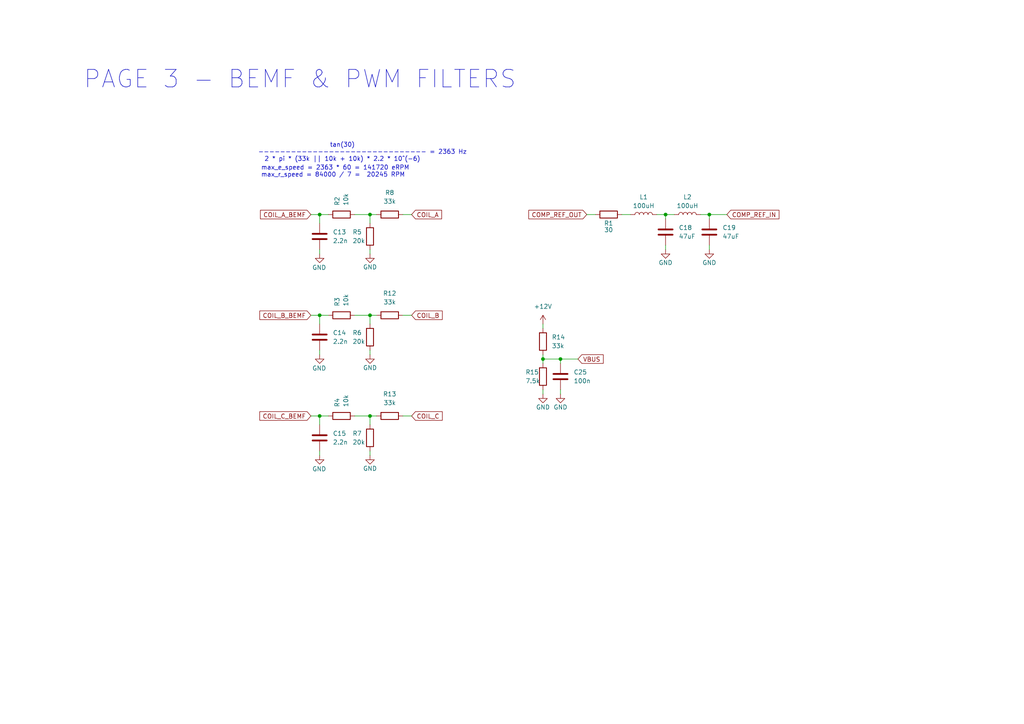
<source format=kicad_sch>
(kicad_sch
	(version 20231120)
	(generator "eeschema")
	(generator_version "8.0")
	(uuid "2b6f33f6-9f17-4170-a2f3-29ba99710eff")
	(paper "A4")
	(lib_symbols
		(symbol "Device:C"
			(pin_numbers hide)
			(pin_names
				(offset 0.254)
			)
			(exclude_from_sim no)
			(in_bom yes)
			(on_board yes)
			(property "Reference" "C"
				(at 0.635 2.54 0)
				(effects
					(font
						(size 1.27 1.27)
					)
					(justify left)
				)
			)
			(property "Value" "C"
				(at 0.635 -2.54 0)
				(effects
					(font
						(size 1.27 1.27)
					)
					(justify left)
				)
			)
			(property "Footprint" ""
				(at 0.9652 -3.81 0)
				(effects
					(font
						(size 1.27 1.27)
					)
					(hide yes)
				)
			)
			(property "Datasheet" "~"
				(at 0 0 0)
				(effects
					(font
						(size 1.27 1.27)
					)
					(hide yes)
				)
			)
			(property "Description" "Unpolarized capacitor"
				(at 0 0 0)
				(effects
					(font
						(size 1.27 1.27)
					)
					(hide yes)
				)
			)
			(property "ki_keywords" "cap capacitor"
				(at 0 0 0)
				(effects
					(font
						(size 1.27 1.27)
					)
					(hide yes)
				)
			)
			(property "ki_fp_filters" "C_*"
				(at 0 0 0)
				(effects
					(font
						(size 1.27 1.27)
					)
					(hide yes)
				)
			)
			(symbol "C_0_1"
				(polyline
					(pts
						(xy -2.032 -0.762) (xy 2.032 -0.762)
					)
					(stroke
						(width 0.508)
						(type default)
					)
					(fill
						(type none)
					)
				)
				(polyline
					(pts
						(xy -2.032 0.762) (xy 2.032 0.762)
					)
					(stroke
						(width 0.508)
						(type default)
					)
					(fill
						(type none)
					)
				)
			)
			(symbol "C_1_1"
				(pin passive line
					(at 0 3.81 270)
					(length 2.794)
					(name "~"
						(effects
							(font
								(size 1.27 1.27)
							)
						)
					)
					(number "1"
						(effects
							(font
								(size 1.27 1.27)
							)
						)
					)
				)
				(pin passive line
					(at 0 -3.81 90)
					(length 2.794)
					(name "~"
						(effects
							(font
								(size 1.27 1.27)
							)
						)
					)
					(number "2"
						(effects
							(font
								(size 1.27 1.27)
							)
						)
					)
				)
			)
		)
		(symbol "Device:L"
			(pin_numbers hide)
			(pin_names
				(offset 1.016) hide)
			(exclude_from_sim no)
			(in_bom yes)
			(on_board yes)
			(property "Reference" "L"
				(at -1.27 0 90)
				(effects
					(font
						(size 1.27 1.27)
					)
				)
			)
			(property "Value" "L"
				(at 1.905 0 90)
				(effects
					(font
						(size 1.27 1.27)
					)
				)
			)
			(property "Footprint" ""
				(at 0 0 0)
				(effects
					(font
						(size 1.27 1.27)
					)
					(hide yes)
				)
			)
			(property "Datasheet" "~"
				(at 0 0 0)
				(effects
					(font
						(size 1.27 1.27)
					)
					(hide yes)
				)
			)
			(property "Description" "Inductor"
				(at 0 0 0)
				(effects
					(font
						(size 1.27 1.27)
					)
					(hide yes)
				)
			)
			(property "ki_keywords" "inductor choke coil reactor magnetic"
				(at 0 0 0)
				(effects
					(font
						(size 1.27 1.27)
					)
					(hide yes)
				)
			)
			(property "ki_fp_filters" "Choke_* *Coil* Inductor_* L_*"
				(at 0 0 0)
				(effects
					(font
						(size 1.27 1.27)
					)
					(hide yes)
				)
			)
			(symbol "L_0_1"
				(arc
					(start 0 -2.54)
					(mid 0.6323 -1.905)
					(end 0 -1.27)
					(stroke
						(width 0)
						(type default)
					)
					(fill
						(type none)
					)
				)
				(arc
					(start 0 -1.27)
					(mid 0.6323 -0.635)
					(end 0 0)
					(stroke
						(width 0)
						(type default)
					)
					(fill
						(type none)
					)
				)
				(arc
					(start 0 0)
					(mid 0.6323 0.635)
					(end 0 1.27)
					(stroke
						(width 0)
						(type default)
					)
					(fill
						(type none)
					)
				)
				(arc
					(start 0 1.27)
					(mid 0.6323 1.905)
					(end 0 2.54)
					(stroke
						(width 0)
						(type default)
					)
					(fill
						(type none)
					)
				)
			)
			(symbol "L_1_1"
				(pin passive line
					(at 0 3.81 270)
					(length 1.27)
					(name "1"
						(effects
							(font
								(size 1.27 1.27)
							)
						)
					)
					(number "1"
						(effects
							(font
								(size 1.27 1.27)
							)
						)
					)
				)
				(pin passive line
					(at 0 -3.81 90)
					(length 1.27)
					(name "2"
						(effects
							(font
								(size 1.27 1.27)
							)
						)
					)
					(number "2"
						(effects
							(font
								(size 1.27 1.27)
							)
						)
					)
				)
			)
		)
		(symbol "Device:R"
			(pin_numbers hide)
			(pin_names
				(offset 0)
			)
			(exclude_from_sim no)
			(in_bom yes)
			(on_board yes)
			(property "Reference" "R"
				(at 2.032 0 90)
				(effects
					(font
						(size 1.27 1.27)
					)
				)
			)
			(property "Value" "R"
				(at 0 0 90)
				(effects
					(font
						(size 1.27 1.27)
					)
				)
			)
			(property "Footprint" ""
				(at -1.778 0 90)
				(effects
					(font
						(size 1.27 1.27)
					)
					(hide yes)
				)
			)
			(property "Datasheet" "~"
				(at 0 0 0)
				(effects
					(font
						(size 1.27 1.27)
					)
					(hide yes)
				)
			)
			(property "Description" "Resistor"
				(at 0 0 0)
				(effects
					(font
						(size 1.27 1.27)
					)
					(hide yes)
				)
			)
			(property "ki_keywords" "R res resistor"
				(at 0 0 0)
				(effects
					(font
						(size 1.27 1.27)
					)
					(hide yes)
				)
			)
			(property "ki_fp_filters" "R_*"
				(at 0 0 0)
				(effects
					(font
						(size 1.27 1.27)
					)
					(hide yes)
				)
			)
			(symbol "R_0_1"
				(rectangle
					(start -1.016 -2.54)
					(end 1.016 2.54)
					(stroke
						(width 0.254)
						(type default)
					)
					(fill
						(type none)
					)
				)
			)
			(symbol "R_1_1"
				(pin passive line
					(at 0 3.81 270)
					(length 1.27)
					(name "~"
						(effects
							(font
								(size 1.27 1.27)
							)
						)
					)
					(number "1"
						(effects
							(font
								(size 1.27 1.27)
							)
						)
					)
				)
				(pin passive line
					(at 0 -3.81 90)
					(length 1.27)
					(name "~"
						(effects
							(font
								(size 1.27 1.27)
							)
						)
					)
					(number "2"
						(effects
							(font
								(size 1.27 1.27)
							)
						)
					)
				)
			)
		)
		(symbol "power:+12V"
			(power)
			(pin_names
				(offset 0)
			)
			(exclude_from_sim no)
			(in_bom yes)
			(on_board yes)
			(property "Reference" "#PWR"
				(at 0 -3.81 0)
				(effects
					(font
						(size 1.27 1.27)
					)
					(hide yes)
				)
			)
			(property "Value" "+12V"
				(at 0 3.556 0)
				(effects
					(font
						(size 1.27 1.27)
					)
				)
			)
			(property "Footprint" ""
				(at 0 0 0)
				(effects
					(font
						(size 1.27 1.27)
					)
					(hide yes)
				)
			)
			(property "Datasheet" ""
				(at 0 0 0)
				(effects
					(font
						(size 1.27 1.27)
					)
					(hide yes)
				)
			)
			(property "Description" "Power symbol creates a global label with name \"+12V\""
				(at 0 0 0)
				(effects
					(font
						(size 1.27 1.27)
					)
					(hide yes)
				)
			)
			(property "ki_keywords" "global power"
				(at 0 0 0)
				(effects
					(font
						(size 1.27 1.27)
					)
					(hide yes)
				)
			)
			(symbol "+12V_0_1"
				(polyline
					(pts
						(xy -0.762 1.27) (xy 0 2.54)
					)
					(stroke
						(width 0)
						(type default)
					)
					(fill
						(type none)
					)
				)
				(polyline
					(pts
						(xy 0 0) (xy 0 2.54)
					)
					(stroke
						(width 0)
						(type default)
					)
					(fill
						(type none)
					)
				)
				(polyline
					(pts
						(xy 0 2.54) (xy 0.762 1.27)
					)
					(stroke
						(width 0)
						(type default)
					)
					(fill
						(type none)
					)
				)
			)
			(symbol "+12V_1_1"
				(pin power_in line
					(at 0 0 90)
					(length 0) hide
					(name "+12V"
						(effects
							(font
								(size 1.27 1.27)
							)
						)
					)
					(number "1"
						(effects
							(font
								(size 1.27 1.27)
							)
						)
					)
				)
			)
		)
		(symbol "power:GND"
			(power)
			(pin_names
				(offset 0)
			)
			(exclude_from_sim no)
			(in_bom yes)
			(on_board yes)
			(property "Reference" "#PWR"
				(at 0 -6.35 0)
				(effects
					(font
						(size 1.27 1.27)
					)
					(hide yes)
				)
			)
			(property "Value" "GND"
				(at 0 -3.81 0)
				(effects
					(font
						(size 1.27 1.27)
					)
				)
			)
			(property "Footprint" ""
				(at 0 0 0)
				(effects
					(font
						(size 1.27 1.27)
					)
					(hide yes)
				)
			)
			(property "Datasheet" ""
				(at 0 0 0)
				(effects
					(font
						(size 1.27 1.27)
					)
					(hide yes)
				)
			)
			(property "Description" "Power symbol creates a global label with name \"GND\" , ground"
				(at 0 0 0)
				(effects
					(font
						(size 1.27 1.27)
					)
					(hide yes)
				)
			)
			(property "ki_keywords" "global power"
				(at 0 0 0)
				(effects
					(font
						(size 1.27 1.27)
					)
					(hide yes)
				)
			)
			(symbol "GND_0_1"
				(polyline
					(pts
						(xy 0 0) (xy 0 -1.27) (xy 1.27 -1.27) (xy 0 -2.54) (xy -1.27 -1.27) (xy 0 -1.27)
					)
					(stroke
						(width 0)
						(type default)
					)
					(fill
						(type none)
					)
				)
			)
			(symbol "GND_1_1"
				(pin power_in line
					(at 0 0 270)
					(length 0) hide
					(name "GND"
						(effects
							(font
								(size 1.27 1.27)
							)
						)
					)
					(number "1"
						(effects
							(font
								(size 1.27 1.27)
							)
						)
					)
				)
			)
		)
	)
	(junction
		(at 107.315 91.44)
		(diameter 0)
		(color 0 0 0 0)
		(uuid "04d83266-2395-41b3-bdb6-d5ec373f2df5")
	)
	(junction
		(at 107.315 62.23)
		(diameter 0)
		(color 0 0 0 0)
		(uuid "0ca3c695-6c32-44ff-9a67-812b482c933e")
	)
	(junction
		(at 193.04 62.23)
		(diameter 0)
		(color 0 0 0 0)
		(uuid "20fc1ba9-a3d2-465e-9f00-61c3e578d23a")
	)
	(junction
		(at 92.71 120.65)
		(diameter 0)
		(color 0 0 0 0)
		(uuid "2619e7dc-c100-4fb4-bd4b-e9fc9195eed5")
	)
	(junction
		(at 107.315 120.65)
		(diameter 0)
		(color 0 0 0 0)
		(uuid "2c7a2c51-44ed-4f18-85f1-2523ceeb961d")
	)
	(junction
		(at 205.74 62.23)
		(diameter 0)
		(color 0 0 0 0)
		(uuid "5f69b6f1-5c13-467d-80ce-fe5488b393bc")
	)
	(junction
		(at 92.71 62.23)
		(diameter 0)
		(color 0 0 0 0)
		(uuid "bc885ac6-0de7-46d9-8fcf-1b7a33e9724f")
	)
	(junction
		(at 162.56 104.14)
		(diameter 0)
		(color 0 0 0 0)
		(uuid "d0934a79-78dd-4923-a5f5-6210b083c8e2")
	)
	(junction
		(at 157.48 104.14)
		(diameter 0)
		(color 0 0 0 0)
		(uuid "d768a0aa-586f-49d3-8c5d-b87695759777")
	)
	(junction
		(at 92.71 91.44)
		(diameter 0)
		(color 0 0 0 0)
		(uuid "f46e5e09-0f7b-47dd-9308-99d6a58a7b8d")
	)
	(wire
		(pts
			(xy 180.34 62.23) (xy 182.88 62.23)
		)
		(stroke
			(width 0)
			(type default)
		)
		(uuid "039e9046-0093-42da-9699-4149e10fd727")
	)
	(wire
		(pts
			(xy 102.87 91.44) (xy 107.315 91.44)
		)
		(stroke
			(width 0)
			(type default)
		)
		(uuid "0969e3d6-7995-467d-bf96-65bfaf4af71f")
	)
	(wire
		(pts
			(xy 162.56 104.14) (xy 162.56 105.41)
		)
		(stroke
			(width 0)
			(type default)
		)
		(uuid "0a5b500f-bdda-4271-aaf7-118cd21afae7")
	)
	(wire
		(pts
			(xy 90.17 91.44) (xy 92.71 91.44)
		)
		(stroke
			(width 0)
			(type default)
		)
		(uuid "0b0e2d29-88d7-47b0-acd7-703a6c85527e")
	)
	(wire
		(pts
			(xy 107.315 101.6) (xy 107.315 102.87)
		)
		(stroke
			(width 0)
			(type default)
		)
		(uuid "0d4539d9-ee21-4007-b06a-6fe9e65eda1d")
	)
	(wire
		(pts
			(xy 107.315 91.44) (xy 109.22 91.44)
		)
		(stroke
			(width 0)
			(type default)
		)
		(uuid "1650bc25-e7fb-4caa-aa5c-71b09e0ec71b")
	)
	(wire
		(pts
			(xy 92.71 130.81) (xy 92.71 132.08)
		)
		(stroke
			(width 0)
			(type default)
		)
		(uuid "177fb309-dd94-41b7-b245-35c026138a0e")
	)
	(wire
		(pts
			(xy 157.48 102.87) (xy 157.48 104.14)
		)
		(stroke
			(width 0)
			(type default)
		)
		(uuid "180e9793-aa99-42b1-85a0-608d12b04d8e")
	)
	(wire
		(pts
			(xy 116.84 91.44) (xy 119.38 91.44)
		)
		(stroke
			(width 0)
			(type default)
		)
		(uuid "191b6de1-fd80-4913-aed0-d2e13bffa55f")
	)
	(wire
		(pts
			(xy 195.58 62.23) (xy 193.04 62.23)
		)
		(stroke
			(width 0)
			(type default)
		)
		(uuid "1a764f2b-c55d-49b1-ab18-5224c27d1ca8")
	)
	(wire
		(pts
			(xy 92.71 101.6) (xy 92.71 102.87)
		)
		(stroke
			(width 0)
			(type default)
		)
		(uuid "25ad469d-8979-4119-bb0e-62a84f2f3833")
	)
	(wire
		(pts
			(xy 107.315 62.23) (xy 107.315 64.77)
		)
		(stroke
			(width 0)
			(type default)
		)
		(uuid "25df2508-7cb6-428d-8bf8-00badd5873d7")
	)
	(wire
		(pts
			(xy 193.04 72.39) (xy 193.04 71.12)
		)
		(stroke
			(width 0)
			(type default)
		)
		(uuid "305e123b-0240-409c-9e24-f62f0c5ad9ad")
	)
	(wire
		(pts
			(xy 205.74 62.23) (xy 210.82 62.23)
		)
		(stroke
			(width 0)
			(type default)
		)
		(uuid "32950732-b87b-4d61-97f5-aa111254c681")
	)
	(wire
		(pts
			(xy 92.71 91.44) (xy 95.25 91.44)
		)
		(stroke
			(width 0)
			(type default)
		)
		(uuid "40775538-7776-4943-9304-837c3ff88201")
	)
	(wire
		(pts
			(xy 193.04 62.23) (xy 193.04 63.5)
		)
		(stroke
			(width 0)
			(type default)
		)
		(uuid "41b59ed7-5b23-4147-9b16-d6623cf7577d")
	)
	(wire
		(pts
			(xy 92.71 120.65) (xy 95.25 120.65)
		)
		(stroke
			(width 0)
			(type default)
		)
		(uuid "4b01977d-d087-4d46-8da9-753827a3f5e3")
	)
	(wire
		(pts
			(xy 205.74 62.23) (xy 205.74 63.5)
		)
		(stroke
			(width 0)
			(type default)
		)
		(uuid "50227a6d-d109-4a23-94ff-93eba0b4da62")
	)
	(wire
		(pts
			(xy 157.48 104.14) (xy 157.48 105.41)
		)
		(stroke
			(width 0)
			(type default)
		)
		(uuid "52a7b4e8-a36b-4e94-9ea6-557a3ff9c83e")
	)
	(wire
		(pts
			(xy 162.56 104.14) (xy 167.64 104.14)
		)
		(stroke
			(width 0)
			(type default)
		)
		(uuid "538e33c7-b2ef-4918-8d76-d2dccf797565")
	)
	(wire
		(pts
			(xy 157.48 93.98) (xy 157.48 95.25)
		)
		(stroke
			(width 0)
			(type default)
		)
		(uuid "53c6fd5f-7b8e-4a79-a18d-688a9df85d8f")
	)
	(wire
		(pts
			(xy 107.315 120.65) (xy 109.22 120.65)
		)
		(stroke
			(width 0)
			(type default)
		)
		(uuid "55a869c9-f7bc-436f-bf06-0802d5c49b10")
	)
	(wire
		(pts
			(xy 162.56 113.03) (xy 162.56 114.3)
		)
		(stroke
			(width 0)
			(type default)
		)
		(uuid "57c82b11-e7b6-4cad-8eae-c55ae528aff8")
	)
	(wire
		(pts
			(xy 205.74 72.39) (xy 205.74 71.12)
		)
		(stroke
			(width 0)
			(type default)
		)
		(uuid "5d00718a-49a3-4832-9676-730a7cc4e1d3")
	)
	(wire
		(pts
			(xy 116.84 120.65) (xy 119.38 120.65)
		)
		(stroke
			(width 0)
			(type default)
		)
		(uuid "5db16986-dfaa-4571-b48b-e4f5cc883293")
	)
	(wire
		(pts
			(xy 92.71 62.23) (xy 92.71 64.77)
		)
		(stroke
			(width 0)
			(type default)
		)
		(uuid "736488eb-a0cf-45cb-81de-8c29d82e2303")
	)
	(wire
		(pts
			(xy 90.17 120.65) (xy 92.71 120.65)
		)
		(stroke
			(width 0)
			(type default)
		)
		(uuid "761da5c9-8fdb-4bee-b9fc-fe34c238e9d8")
	)
	(wire
		(pts
			(xy 107.315 130.81) (xy 107.315 132.08)
		)
		(stroke
			(width 0)
			(type default)
		)
		(uuid "7cf835a4-a4a6-4eee-b5e8-81c2eca6222a")
	)
	(wire
		(pts
			(xy 170.18 62.23) (xy 172.72 62.23)
		)
		(stroke
			(width 0)
			(type default)
		)
		(uuid "a017bb84-9b96-4db4-97bf-1e8870905b0d")
	)
	(wire
		(pts
			(xy 107.315 120.65) (xy 107.315 123.19)
		)
		(stroke
			(width 0)
			(type default)
		)
		(uuid "a3de5205-d0bf-42dc-9f08-8d209b6ee94d")
	)
	(wire
		(pts
			(xy 157.48 113.03) (xy 157.48 114.3)
		)
		(stroke
			(width 0)
			(type default)
		)
		(uuid "aa616d66-37cc-4c65-894c-1934f0370d39")
	)
	(wire
		(pts
			(xy 116.84 62.23) (xy 119.38 62.23)
		)
		(stroke
			(width 0)
			(type default)
		)
		(uuid "ac9672ef-5db9-4a13-ad9f-a75faeb5b1f2")
	)
	(wire
		(pts
			(xy 92.71 72.39) (xy 92.71 73.66)
		)
		(stroke
			(width 0)
			(type default)
		)
		(uuid "afc90aa0-db40-4293-a39d-b4647e1af627")
	)
	(wire
		(pts
			(xy 190.5 62.23) (xy 193.04 62.23)
		)
		(stroke
			(width 0)
			(type default)
		)
		(uuid "b8acf24a-8325-422e-a83f-333e20162820")
	)
	(wire
		(pts
			(xy 90.17 62.23) (xy 92.71 62.23)
		)
		(stroke
			(width 0)
			(type default)
		)
		(uuid "bcf34cb3-20e8-4955-993f-99d2ca37c19a")
	)
	(wire
		(pts
			(xy 107.315 72.39) (xy 107.315 73.66)
		)
		(stroke
			(width 0)
			(type default)
		)
		(uuid "c3c083d5-757a-497e-aaf8-a0f1d8e32eb9")
	)
	(wire
		(pts
			(xy 203.2 62.23) (xy 205.74 62.23)
		)
		(stroke
			(width 0)
			(type default)
		)
		(uuid "d13e3a79-eead-471f-968f-f3b60c656977")
	)
	(wire
		(pts
			(xy 92.71 91.44) (xy 92.71 93.98)
		)
		(stroke
			(width 0)
			(type default)
		)
		(uuid "d8bc072b-c94b-4f15-b0b3-b0da2f015b37")
	)
	(wire
		(pts
			(xy 102.87 62.23) (xy 107.315 62.23)
		)
		(stroke
			(width 0)
			(type default)
		)
		(uuid "e375b52d-c348-4485-98b9-fa5e8c4b50d1")
	)
	(wire
		(pts
			(xy 157.48 104.14) (xy 162.56 104.14)
		)
		(stroke
			(width 0)
			(type default)
		)
		(uuid "ee6ca728-0767-4225-a860-284f8cf198a0")
	)
	(wire
		(pts
			(xy 92.71 62.23) (xy 95.25 62.23)
		)
		(stroke
			(width 0)
			(type default)
		)
		(uuid "ef808796-0420-4694-9944-549dbe6ff3fd")
	)
	(wire
		(pts
			(xy 107.315 62.23) (xy 109.22 62.23)
		)
		(stroke
			(width 0)
			(type default)
		)
		(uuid "f0ae8820-da5b-471e-822c-66f8d86b3ccd")
	)
	(wire
		(pts
			(xy 102.87 120.65) (xy 107.315 120.65)
		)
		(stroke
			(width 0)
			(type default)
		)
		(uuid "f2580469-24ab-4423-8c7d-802d47fc0f35")
	)
	(wire
		(pts
			(xy 107.315 91.44) (xy 107.315 93.98)
		)
		(stroke
			(width 0)
			(type default)
		)
		(uuid "f4bdbd7d-a6f4-4c11-90e3-8692dffd8c8e")
	)
	(wire
		(pts
			(xy 92.71 120.65) (xy 92.71 123.19)
		)
		(stroke
			(width 0)
			(type default)
		)
		(uuid "f715ec0d-3063-4210-bc25-d991c2becb86")
	)
	(text "PAGE 3 - BEMF & PWM FILTERS"
		(exclude_from_sim no)
		(at 24.13 23.114 0)
		(effects
			(font
				(size 5.08 5.08)
			)
			(justify left)
		)
		(uuid "2cab2471-2910-41b2-a691-a17177f0617e")
	)
	(text "tan(30)\n            ------------------------------- = 2363 Hz\n2 * pi * (33k || 10k + 10k) * 2.2 * 10^(-6)"
		(exclude_from_sim no)
		(at 99.314 44.196 0)
		(effects
			(font
				(size 1.27 1.27)
			)
		)
		(uuid "4673b121-1328-495f-8a9f-1079a5a1f02a")
	)
	(text "max_e_speed = 2363 * 60 = 141720 eRPM\nmax_r_speed = 84000 / 7 =  20245 RPM  "
		(exclude_from_sim no)
		(at 75.692 49.784 0)
		(effects
			(font
				(size 1.27 1.27)
			)
			(justify left)
		)
		(uuid "4e12b2d6-7447-47e5-bc68-cae28f9c21eb")
	)
	(global_label "COMP_REF_IN"
		(shape input)
		(at 210.82 62.23 0)
		(fields_autoplaced yes)
		(effects
			(font
				(size 1.27 1.27)
			)
			(justify left)
		)
		(uuid "05e493c9-8985-4c16-87fc-47b33659ca43")
		(property "Intersheetrefs" "${INTERSHEET_REFS}"
			(at 226.5052 62.23 0)
			(effects
				(font
					(size 1.27 1.27)
				)
				(justify left)
				(hide yes)
			)
		)
	)
	(global_label "VBUS"
		(shape input)
		(at 167.64 104.14 0)
		(fields_autoplaced yes)
		(effects
			(font
				(size 1.27 1.27)
			)
			(justify left)
		)
		(uuid "0690269c-49cf-4127-85b5-6bb4a31f1432")
		(property "Intersheetrefs" "${INTERSHEET_REFS}"
			(at 175.5238 104.14 0)
			(effects
				(font
					(size 1.27 1.27)
				)
				(justify left)
				(hide yes)
			)
		)
	)
	(global_label "COIL_A_BEMF"
		(shape input)
		(at 90.17 62.23 180)
		(fields_autoplaced yes)
		(effects
			(font
				(size 1.27 1.27)
			)
			(justify right)
		)
		(uuid "202f1030-1847-4fa9-a6a7-1cfb7e8b9e33")
		(property "Intersheetrefs" "${INTERSHEET_REFS}"
			(at 74.9686 62.23 0)
			(effects
				(font
					(size 1.27 1.27)
				)
				(justify right)
				(hide yes)
			)
		)
	)
	(global_label "COIL_B"
		(shape input)
		(at 119.38 91.44 0)
		(fields_autoplaced yes)
		(effects
			(font
				(size 1.27 1.27)
			)
			(justify left)
		)
		(uuid "241a649e-0bfc-4c4e-a22e-29d32d6d6081")
		(property "Intersheetrefs" "${INTERSHEET_REFS}"
			(at 128.8362 91.44 0)
			(effects
				(font
					(size 1.27 1.27)
				)
				(justify left)
				(hide yes)
			)
		)
	)
	(global_label "COIL_A"
		(shape input)
		(at 119.38 62.23 0)
		(fields_autoplaced yes)
		(effects
			(font
				(size 1.27 1.27)
			)
			(justify left)
		)
		(uuid "42744b16-cc3b-44b8-99e6-392138656b36")
		(property "Intersheetrefs" "${INTERSHEET_REFS}"
			(at 128.6548 62.23 0)
			(effects
				(font
					(size 1.27 1.27)
				)
				(justify left)
				(hide yes)
			)
		)
	)
	(global_label "COIL_C"
		(shape input)
		(at 119.38 120.65 0)
		(fields_autoplaced yes)
		(effects
			(font
				(size 1.27 1.27)
			)
			(justify left)
		)
		(uuid "4c96342b-3480-4a88-a9b5-4130da739550")
		(property "Intersheetrefs" "${INTERSHEET_REFS}"
			(at 128.8362 120.65 0)
			(effects
				(font
					(size 1.27 1.27)
				)
				(justify left)
				(hide yes)
			)
		)
	)
	(global_label "COIL_B_BEMF"
		(shape input)
		(at 90.17 91.44 180)
		(fields_autoplaced yes)
		(effects
			(font
				(size 1.27 1.27)
			)
			(justify right)
		)
		(uuid "abdc1cfb-428c-4531-8fc1-4bc8ccfb5d36")
		(property "Intersheetrefs" "${INTERSHEET_REFS}"
			(at 74.7872 91.44 0)
			(effects
				(font
					(size 1.27 1.27)
				)
				(justify right)
				(hide yes)
			)
		)
	)
	(global_label "COMP_REF_OUT"
		(shape input)
		(at 170.18 62.23 180)
		(fields_autoplaced yes)
		(effects
			(font
				(size 1.27 1.27)
			)
			(justify right)
		)
		(uuid "cbd4d9a0-2887-4591-b026-e8c684d98799")
		(property "Intersheetrefs" "${INTERSHEET_REFS}"
			(at 152.8015 62.23 0)
			(effects
				(font
					(size 1.27 1.27)
				)
				(justify right)
				(hide yes)
			)
		)
	)
	(global_label "COIL_C_BEMF"
		(shape input)
		(at 90.17 120.65 180)
		(fields_autoplaced yes)
		(effects
			(font
				(size 1.27 1.27)
			)
			(justify right)
		)
		(uuid "eb0ee281-b42a-46c4-a4c8-76392455f10d")
		(property "Intersheetrefs" "${INTERSHEET_REFS}"
			(at 74.7872 120.65 0)
			(effects
				(font
					(size 1.27 1.27)
				)
				(justify right)
				(hide yes)
			)
		)
	)
	(symbol
		(lib_id "power:GND")
		(at 107.315 73.66 0)
		(unit 1)
		(exclude_from_sim no)
		(in_bom yes)
		(on_board yes)
		(dnp no)
		(uuid "10405f68-6f62-403a-ab7d-a4cb2c5658e4")
		(property "Reference" "#PWR029"
			(at 107.315 80.01 0)
			(effects
				(font
					(size 1.27 1.27)
				)
				(hide yes)
			)
		)
		(property "Value" "GND"
			(at 107.315 77.47 0)
			(effects
				(font
					(size 1.27 1.27)
				)
			)
		)
		(property "Footprint" ""
			(at 107.315 73.66 0)
			(effects
				(font
					(size 1.27 1.27)
				)
				(hide yes)
			)
		)
		(property "Datasheet" ""
			(at 107.315 73.66 0)
			(effects
				(font
					(size 1.27 1.27)
				)
				(hide yes)
			)
		)
		(property "Description" ""
			(at 107.315 73.66 0)
			(effects
				(font
					(size 1.27 1.27)
				)
				(hide yes)
			)
		)
		(pin "1"
			(uuid "849173fb-514e-4fed-8dfc-8735d6688b4c")
		)
		(instances
			(project "esc"
				(path "/5e78a042-f21c-485f-9078-8bbae1bbdc1b/2307451a-0c00-46fb-aee2-d692a4eb353a"
					(reference "#PWR029")
					(unit 1)
				)
			)
		)
	)
	(symbol
		(lib_id "Device:L")
		(at 186.69 62.23 90)
		(unit 1)
		(exclude_from_sim no)
		(in_bom yes)
		(on_board yes)
		(dnp no)
		(fields_autoplaced yes)
		(uuid "15f4f78f-c00d-4275-9cd6-52a593ef773d")
		(property "Reference" "L1"
			(at 186.69 57.15 90)
			(effects
				(font
					(size 1.27 1.27)
				)
			)
		)
		(property "Value" "100uH"
			(at 186.69 59.69 90)
			(effects
				(font
					(size 1.27 1.27)
				)
			)
		)
		(property "Footprint" "Inductor_SMD:L_0805_2012Metric"
			(at 186.69 62.23 0)
			(effects
				(font
					(size 1.27 1.27)
				)
				(hide yes)
			)
		)
		(property "Datasheet" "~"
			(at 186.69 62.23 0)
			(effects
				(font
					(size 1.27 1.27)
				)
				(hide yes)
			)
		)
		(property "Description" "Inductor"
			(at 186.69 62.23 0)
			(effects
				(font
					(size 1.27 1.27)
				)
				(hide yes)
			)
		)
		(pin "2"
			(uuid "12342f70-4884-4df2-990a-14b7a5ddf0aa")
		)
		(pin "1"
			(uuid "642c2fe0-0a77-49d5-a86c-5b0bdd92ff45")
		)
		(instances
			(project "esc"
				(path "/5e78a042-f21c-485f-9078-8bbae1bbdc1b/2307451a-0c00-46fb-aee2-d692a4eb353a"
					(reference "L1")
					(unit 1)
				)
			)
		)
	)
	(symbol
		(lib_id "Device:C")
		(at 162.56 109.22 180)
		(unit 1)
		(exclude_from_sim no)
		(in_bom yes)
		(on_board yes)
		(dnp no)
		(fields_autoplaced yes)
		(uuid "1cd3a638-9d16-4bb4-a0f8-79211a15e7ff")
		(property "Reference" "C25"
			(at 166.37 107.9499 0)
			(effects
				(font
					(size 1.27 1.27)
				)
				(justify right)
			)
		)
		(property "Value" "100n"
			(at 166.37 110.4899 0)
			(effects
				(font
					(size 1.27 1.27)
				)
				(justify right)
			)
		)
		(property "Footprint" "Capacitor_SMD:C_0402_1005Metric"
			(at 161.5948 105.41 0)
			(effects
				(font
					(size 1.27 1.27)
				)
				(hide yes)
			)
		)
		(property "Datasheet" "~"
			(at 162.56 109.22 0)
			(effects
				(font
					(size 1.27 1.27)
				)
				(hide yes)
			)
		)
		(property "Description" ""
			(at 162.56 109.22 0)
			(effects
				(font
					(size 1.27 1.27)
				)
				(hide yes)
			)
		)
		(pin "1"
			(uuid "f797218c-b2e3-4c73-91cd-8708536dbb22")
		)
		(pin "2"
			(uuid "9873a64a-4f27-4b16-ad4b-c167aa585e1d")
		)
		(instances
			(project "esc"
				(path "/5e78a042-f21c-485f-9078-8bbae1bbdc1b/2307451a-0c00-46fb-aee2-d692a4eb353a"
					(reference "C25")
					(unit 1)
				)
			)
		)
	)
	(symbol
		(lib_id "Device:R")
		(at 107.315 68.58 180)
		(unit 1)
		(exclude_from_sim no)
		(in_bom yes)
		(on_board yes)
		(dnp no)
		(uuid "1d60a9df-1d2d-417d-9450-724178646269")
		(property "Reference" "R5"
			(at 102.235 67.31 0)
			(effects
				(font
					(size 1.27 1.27)
				)
				(justify right)
			)
		)
		(property "Value" "20k"
			(at 102.235 69.85 0)
			(effects
				(font
					(size 1.27 1.27)
				)
				(justify right)
			)
		)
		(property "Footprint" "Resistor_SMD:R_0402_1005Metric"
			(at 109.093 68.58 90)
			(effects
				(font
					(size 1.27 1.27)
				)
				(hide yes)
			)
		)
		(property "Datasheet" "~"
			(at 107.315 68.58 0)
			(effects
				(font
					(size 1.27 1.27)
				)
				(hide yes)
			)
		)
		(property "Description" ""
			(at 107.315 68.58 0)
			(effects
				(font
					(size 1.27 1.27)
				)
				(hide yes)
			)
		)
		(pin "1"
			(uuid "0c7247a1-452f-4197-940b-6ef64b190278")
		)
		(pin "2"
			(uuid "6be384eb-9334-43fa-8d46-80c34ae1bcae")
		)
		(instances
			(project "esc"
				(path "/5e78a042-f21c-485f-9078-8bbae1bbdc1b/2307451a-0c00-46fb-aee2-d692a4eb353a"
					(reference "R5")
					(unit 1)
				)
			)
		)
	)
	(symbol
		(lib_id "Device:R")
		(at 107.315 97.79 180)
		(unit 1)
		(exclude_from_sim no)
		(in_bom yes)
		(on_board yes)
		(dnp no)
		(uuid "2815b86a-d790-4016-8c98-e4adc03b2305")
		(property "Reference" "R6"
			(at 102.235 96.52 0)
			(effects
				(font
					(size 1.27 1.27)
				)
				(justify right)
			)
		)
		(property "Value" "20k"
			(at 102.235 99.06 0)
			(effects
				(font
					(size 1.27 1.27)
				)
				(justify right)
			)
		)
		(property "Footprint" "Resistor_SMD:R_0402_1005Metric"
			(at 109.093 97.79 90)
			(effects
				(font
					(size 1.27 1.27)
				)
				(hide yes)
			)
		)
		(property "Datasheet" "~"
			(at 107.315 97.79 0)
			(effects
				(font
					(size 1.27 1.27)
				)
				(hide yes)
			)
		)
		(property "Description" ""
			(at 107.315 97.79 0)
			(effects
				(font
					(size 1.27 1.27)
				)
				(hide yes)
			)
		)
		(pin "1"
			(uuid "ca4feba9-8d03-4711-98cd-06628433691d")
		)
		(pin "2"
			(uuid "f8a9aa4b-daf2-40ff-b668-df4eb8115e4e")
		)
		(instances
			(project "esc"
				(path "/5e78a042-f21c-485f-9078-8bbae1bbdc1b/2307451a-0c00-46fb-aee2-d692a4eb353a"
					(reference "R6")
					(unit 1)
				)
			)
		)
	)
	(symbol
		(lib_id "power:+12V")
		(at 157.48 93.98 0)
		(unit 1)
		(exclude_from_sim no)
		(in_bom yes)
		(on_board yes)
		(dnp no)
		(fields_autoplaced yes)
		(uuid "2f03ed12-8664-4002-86ca-d53f70a2b1fc")
		(property "Reference" "#PWR044"
			(at 157.48 97.79 0)
			(effects
				(font
					(size 1.27 1.27)
				)
				(hide yes)
			)
		)
		(property "Value" "+12V"
			(at 157.48 88.9 0)
			(effects
				(font
					(size 1.27 1.27)
				)
			)
		)
		(property "Footprint" ""
			(at 157.48 93.98 0)
			(effects
				(font
					(size 1.27 1.27)
				)
				(hide yes)
			)
		)
		(property "Datasheet" ""
			(at 157.48 93.98 0)
			(effects
				(font
					(size 1.27 1.27)
				)
				(hide yes)
			)
		)
		(property "Description" ""
			(at 157.48 93.98 0)
			(effects
				(font
					(size 1.27 1.27)
				)
				(hide yes)
			)
		)
		(pin "1"
			(uuid "5e4639d3-9a3a-422d-84ad-566673b0a46d")
		)
		(instances
			(project "esc"
				(path "/5e78a042-f21c-485f-9078-8bbae1bbdc1b/2307451a-0c00-46fb-aee2-d692a4eb353a"
					(reference "#PWR044")
					(unit 1)
				)
			)
		)
	)
	(symbol
		(lib_id "power:GND")
		(at 107.315 102.87 0)
		(unit 1)
		(exclude_from_sim no)
		(in_bom yes)
		(on_board yes)
		(dnp no)
		(uuid "2f694319-fba9-4cce-83da-fbce8a646b08")
		(property "Reference" "#PWR031"
			(at 107.315 109.22 0)
			(effects
				(font
					(size 1.27 1.27)
				)
				(hide yes)
			)
		)
		(property "Value" "GND"
			(at 107.315 106.68 0)
			(effects
				(font
					(size 1.27 1.27)
				)
			)
		)
		(property "Footprint" ""
			(at 107.315 102.87 0)
			(effects
				(font
					(size 1.27 1.27)
				)
				(hide yes)
			)
		)
		(property "Datasheet" ""
			(at 107.315 102.87 0)
			(effects
				(font
					(size 1.27 1.27)
				)
				(hide yes)
			)
		)
		(property "Description" ""
			(at 107.315 102.87 0)
			(effects
				(font
					(size 1.27 1.27)
				)
				(hide yes)
			)
		)
		(pin "1"
			(uuid "2bc554f0-f323-430f-b41e-49a4282b83e1")
		)
		(instances
			(project "esc"
				(path "/5e78a042-f21c-485f-9078-8bbae1bbdc1b/2307451a-0c00-46fb-aee2-d692a4eb353a"
					(reference "#PWR031")
					(unit 1)
				)
			)
		)
	)
	(symbol
		(lib_id "power:GND")
		(at 157.48 114.3 0)
		(unit 1)
		(exclude_from_sim no)
		(in_bom yes)
		(on_board yes)
		(dnp no)
		(uuid "310f7de1-e5b7-4924-b4d9-6acd19fab94e")
		(property "Reference" "#PWR045"
			(at 157.48 120.65 0)
			(effects
				(font
					(size 1.27 1.27)
				)
				(hide yes)
			)
		)
		(property "Value" "GND"
			(at 157.48 118.11 0)
			(effects
				(font
					(size 1.27 1.27)
				)
			)
		)
		(property "Footprint" ""
			(at 157.48 114.3 0)
			(effects
				(font
					(size 1.27 1.27)
				)
				(hide yes)
			)
		)
		(property "Datasheet" ""
			(at 157.48 114.3 0)
			(effects
				(font
					(size 1.27 1.27)
				)
				(hide yes)
			)
		)
		(property "Description" ""
			(at 157.48 114.3 0)
			(effects
				(font
					(size 1.27 1.27)
				)
				(hide yes)
			)
		)
		(pin "1"
			(uuid "5ef5a53c-3164-4d9d-b506-606892444ec2")
		)
		(instances
			(project "esc"
				(path "/5e78a042-f21c-485f-9078-8bbae1bbdc1b/2307451a-0c00-46fb-aee2-d692a4eb353a"
					(reference "#PWR045")
					(unit 1)
				)
			)
		)
	)
	(symbol
		(lib_id "Device:R")
		(at 157.48 109.22 180)
		(unit 1)
		(exclude_from_sim no)
		(in_bom yes)
		(on_board yes)
		(dnp no)
		(uuid "34631621-aec7-40ab-a03b-826346ab3485")
		(property "Reference" "R15"
			(at 152.4 107.95 0)
			(effects
				(font
					(size 1.27 1.27)
				)
				(justify right)
			)
		)
		(property "Value" "7.5k"
			(at 152.4 110.49 0)
			(effects
				(font
					(size 1.27 1.27)
				)
				(justify right)
			)
		)
		(property "Footprint" "Resistor_SMD:R_0402_1005Metric"
			(at 159.258 109.22 90)
			(effects
				(font
					(size 1.27 1.27)
				)
				(hide yes)
			)
		)
		(property "Datasheet" "~"
			(at 157.48 109.22 0)
			(effects
				(font
					(size 1.27 1.27)
				)
				(hide yes)
			)
		)
		(property "Description" ""
			(at 157.48 109.22 0)
			(effects
				(font
					(size 1.27 1.27)
				)
				(hide yes)
			)
		)
		(pin "1"
			(uuid "0ec2768b-fa97-4494-9dd7-18837b3e8fd0")
		)
		(pin "2"
			(uuid "b89506de-ed10-4c7f-a922-fccb96c79b96")
		)
		(instances
			(project "esc"
				(path "/5e78a042-f21c-485f-9078-8bbae1bbdc1b/2307451a-0c00-46fb-aee2-d692a4eb353a"
					(reference "R15")
					(unit 1)
				)
			)
		)
	)
	(symbol
		(lib_id "Device:R")
		(at 113.03 120.65 90)
		(unit 1)
		(exclude_from_sim no)
		(in_bom yes)
		(on_board yes)
		(dnp no)
		(fields_autoplaced yes)
		(uuid "37c6707e-61ad-4b2c-8b6a-7e3e87aeb47a")
		(property "Reference" "R13"
			(at 113.03 114.3 90)
			(effects
				(font
					(size 1.27 1.27)
				)
			)
		)
		(property "Value" "33k"
			(at 113.03 116.84 90)
			(effects
				(font
					(size 1.27 1.27)
				)
			)
		)
		(property "Footprint" "Resistor_SMD:R_0402_1005Metric"
			(at 113.03 122.428 90)
			(effects
				(font
					(size 1.27 1.27)
				)
				(hide yes)
			)
		)
		(property "Datasheet" "~"
			(at 113.03 120.65 0)
			(effects
				(font
					(size 1.27 1.27)
				)
				(hide yes)
			)
		)
		(property "Description" ""
			(at 113.03 120.65 0)
			(effects
				(font
					(size 1.27 1.27)
				)
				(hide yes)
			)
		)
		(pin "1"
			(uuid "e211a71f-1b24-4da4-8441-04fff407e817")
		)
		(pin "2"
			(uuid "37f43c39-ffa6-4ebf-bb1e-c61b0a096508")
		)
		(instances
			(project "esc"
				(path "/5e78a042-f21c-485f-9078-8bbae1bbdc1b/2307451a-0c00-46fb-aee2-d692a4eb353a"
					(reference "R13")
					(unit 1)
				)
			)
		)
	)
	(symbol
		(lib_id "Device:R")
		(at 157.48 99.06 180)
		(unit 1)
		(exclude_from_sim no)
		(in_bom yes)
		(on_board yes)
		(dnp no)
		(fields_autoplaced yes)
		(uuid "3bb37f87-fffd-48b3-88e3-427d46698e69")
		(property "Reference" "R14"
			(at 160.02 97.7899 0)
			(effects
				(font
					(size 1.27 1.27)
				)
				(justify right)
			)
		)
		(property "Value" "33k"
			(at 160.02 100.3299 0)
			(effects
				(font
					(size 1.27 1.27)
				)
				(justify right)
			)
		)
		(property "Footprint" "Resistor_SMD:R_0402_1005Metric"
			(at 159.258 99.06 90)
			(effects
				(font
					(size 1.27 1.27)
				)
				(hide yes)
			)
		)
		(property "Datasheet" "~"
			(at 157.48 99.06 0)
			(effects
				(font
					(size 1.27 1.27)
				)
				(hide yes)
			)
		)
		(property "Description" ""
			(at 157.48 99.06 0)
			(effects
				(font
					(size 1.27 1.27)
				)
				(hide yes)
			)
		)
		(pin "1"
			(uuid "5a4c20c4-b18e-40bd-8bea-8ddc002cadf2")
		)
		(pin "2"
			(uuid "6352b1a1-f896-44d2-9740-61b029f29d11")
		)
		(instances
			(project "esc"
				(path "/5e78a042-f21c-485f-9078-8bbae1bbdc1b/2307451a-0c00-46fb-aee2-d692a4eb353a"
					(reference "R14")
					(unit 1)
				)
			)
		)
	)
	(symbol
		(lib_id "Device:R")
		(at 113.03 62.23 90)
		(unit 1)
		(exclude_from_sim no)
		(in_bom yes)
		(on_board yes)
		(dnp no)
		(fields_autoplaced yes)
		(uuid "44ee4577-a166-46c6-a1db-1edfe4bfe341")
		(property "Reference" "R8"
			(at 113.03 55.88 90)
			(effects
				(font
					(size 1.27 1.27)
				)
			)
		)
		(property "Value" "33k"
			(at 113.03 58.42 90)
			(effects
				(font
					(size 1.27 1.27)
				)
			)
		)
		(property "Footprint" "Resistor_SMD:R_0402_1005Metric"
			(at 113.03 64.008 90)
			(effects
				(font
					(size 1.27 1.27)
				)
				(hide yes)
			)
		)
		(property "Datasheet" "~"
			(at 113.03 62.23 0)
			(effects
				(font
					(size 1.27 1.27)
				)
				(hide yes)
			)
		)
		(property "Description" ""
			(at 113.03 62.23 0)
			(effects
				(font
					(size 1.27 1.27)
				)
				(hide yes)
			)
		)
		(pin "1"
			(uuid "f96668da-255e-4869-ab00-048d6ef43874")
		)
		(pin "2"
			(uuid "de53ae5d-c0d5-4a96-a2f1-222890cbb409")
		)
		(instances
			(project "esc"
				(path "/5e78a042-f21c-485f-9078-8bbae1bbdc1b/2307451a-0c00-46fb-aee2-d692a4eb353a"
					(reference "R8")
					(unit 1)
				)
			)
		)
	)
	(symbol
		(lib_id "Device:C")
		(at 92.71 97.79 180)
		(unit 1)
		(exclude_from_sim no)
		(in_bom yes)
		(on_board yes)
		(dnp no)
		(fields_autoplaced yes)
		(uuid "589ba706-d9db-46cc-b628-10d9fa0139a8")
		(property "Reference" "C14"
			(at 96.52 96.5199 0)
			(effects
				(font
					(size 1.27 1.27)
				)
				(justify right)
			)
		)
		(property "Value" "2.2n"
			(at 96.52 99.0599 0)
			(effects
				(font
					(size 1.27 1.27)
				)
				(justify right)
			)
		)
		(property "Footprint" "Capacitor_SMD:C_0402_1005Metric"
			(at 91.7448 93.98 0)
			(effects
				(font
					(size 1.27 1.27)
				)
				(hide yes)
			)
		)
		(property "Datasheet" "~"
			(at 92.71 97.79 0)
			(effects
				(font
					(size 1.27 1.27)
				)
				(hide yes)
			)
		)
		(property "Description" ""
			(at 92.71 97.79 0)
			(effects
				(font
					(size 1.27 1.27)
				)
				(hide yes)
			)
		)
		(pin "1"
			(uuid "be0adef5-ce01-4eb4-9fd5-412a99558691")
		)
		(pin "2"
			(uuid "0b787954-8b4b-4548-b83f-ddcde985c441")
		)
		(instances
			(project "esc"
				(path "/5e78a042-f21c-485f-9078-8bbae1bbdc1b/2307451a-0c00-46fb-aee2-d692a4eb353a"
					(reference "C14")
					(unit 1)
				)
			)
		)
	)
	(symbol
		(lib_id "power:GND")
		(at 92.71 132.08 0)
		(mirror y)
		(unit 1)
		(exclude_from_sim no)
		(in_bom yes)
		(on_board yes)
		(dnp no)
		(uuid "6b6d322c-c567-4417-9424-be1c89c814e7")
		(property "Reference" "#PWR028"
			(at 92.71 138.43 0)
			(effects
				(font
					(size 1.27 1.27)
				)
				(hide yes)
			)
		)
		(property "Value" "GND"
			(at 92.583 136.017 0)
			(effects
				(font
					(size 1.27 1.27)
				)
			)
		)
		(property "Footprint" ""
			(at 92.71 132.08 0)
			(effects
				(font
					(size 1.27 1.27)
				)
				(hide yes)
			)
		)
		(property "Datasheet" ""
			(at 92.71 132.08 0)
			(effects
				(font
					(size 1.27 1.27)
				)
				(hide yes)
			)
		)
		(property "Description" ""
			(at 92.71 132.08 0)
			(effects
				(font
					(size 1.27 1.27)
				)
				(hide yes)
			)
		)
		(pin "1"
			(uuid "eeb9e953-4c8c-4aee-9a5b-e53740486701")
		)
		(instances
			(project "esc"
				(path "/5e78a042-f21c-485f-9078-8bbae1bbdc1b/2307451a-0c00-46fb-aee2-d692a4eb353a"
					(reference "#PWR028")
					(unit 1)
				)
			)
		)
	)
	(symbol
		(lib_id "Device:R")
		(at 113.03 91.44 90)
		(unit 1)
		(exclude_from_sim no)
		(in_bom yes)
		(on_board yes)
		(dnp no)
		(fields_autoplaced yes)
		(uuid "6ebb9d34-5bb3-4db0-8f24-6eaa9e721ce5")
		(property "Reference" "R12"
			(at 113.03 85.09 90)
			(effects
				(font
					(size 1.27 1.27)
				)
			)
		)
		(property "Value" "33k"
			(at 113.03 87.63 90)
			(effects
				(font
					(size 1.27 1.27)
				)
			)
		)
		(property "Footprint" "Resistor_SMD:R_0402_1005Metric"
			(at 113.03 93.218 90)
			(effects
				(font
					(size 1.27 1.27)
				)
				(hide yes)
			)
		)
		(property "Datasheet" "~"
			(at 113.03 91.44 0)
			(effects
				(font
					(size 1.27 1.27)
				)
				(hide yes)
			)
		)
		(property "Description" ""
			(at 113.03 91.44 0)
			(effects
				(font
					(size 1.27 1.27)
				)
				(hide yes)
			)
		)
		(pin "1"
			(uuid "6f52a6bd-cc63-40c8-9d0c-5856cc72dbf7")
		)
		(pin "2"
			(uuid "04f91d3b-5003-461b-814e-1c5b48b4ce8a")
		)
		(instances
			(project "esc"
				(path "/5e78a042-f21c-485f-9078-8bbae1bbdc1b/2307451a-0c00-46fb-aee2-d692a4eb353a"
					(reference "R12")
					(unit 1)
				)
			)
		)
	)
	(symbol
		(lib_id "power:GND")
		(at 193.04 72.39 0)
		(unit 1)
		(exclude_from_sim no)
		(in_bom yes)
		(on_board yes)
		(dnp no)
		(uuid "6ecc5f08-b92a-433e-9122-c11ed41a2f75")
		(property "Reference" "#PWR033"
			(at 193.04 78.74 0)
			(effects
				(font
					(size 1.27 1.27)
				)
				(hide yes)
			)
		)
		(property "Value" "GND"
			(at 193.04 76.2 0)
			(effects
				(font
					(size 1.27 1.27)
				)
			)
		)
		(property "Footprint" ""
			(at 193.04 72.39 0)
			(effects
				(font
					(size 1.27 1.27)
				)
				(hide yes)
			)
		)
		(property "Datasheet" ""
			(at 193.04 72.39 0)
			(effects
				(font
					(size 1.27 1.27)
				)
				(hide yes)
			)
		)
		(property "Description" ""
			(at 193.04 72.39 0)
			(effects
				(font
					(size 1.27 1.27)
				)
				(hide yes)
			)
		)
		(pin "1"
			(uuid "2182f6c2-bae3-4783-8315-a1c6520b265a")
		)
		(instances
			(project "esc"
				(path "/5e78a042-f21c-485f-9078-8bbae1bbdc1b/2307451a-0c00-46fb-aee2-d692a4eb353a"
					(reference "#PWR033")
					(unit 1)
				)
			)
		)
	)
	(symbol
		(lib_id "Device:L")
		(at 199.39 62.23 90)
		(unit 1)
		(exclude_from_sim no)
		(in_bom yes)
		(on_board yes)
		(dnp no)
		(fields_autoplaced yes)
		(uuid "72f2e099-e7b8-4c58-b635-8a9a9eef3e7d")
		(property "Reference" "L2"
			(at 199.39 57.15 90)
			(effects
				(font
					(size 1.27 1.27)
				)
			)
		)
		(property "Value" "100uH"
			(at 199.39 59.69 90)
			(effects
				(font
					(size 1.27 1.27)
				)
			)
		)
		(property "Footprint" "Inductor_SMD:L_0805_2012Metric"
			(at 199.39 62.23 0)
			(effects
				(font
					(size 1.27 1.27)
				)
				(hide yes)
			)
		)
		(property "Datasheet" "~"
			(at 199.39 62.23 0)
			(effects
				(font
					(size 1.27 1.27)
				)
				(hide yes)
			)
		)
		(property "Description" "Inductor"
			(at 199.39 62.23 0)
			(effects
				(font
					(size 1.27 1.27)
				)
				(hide yes)
			)
		)
		(pin "2"
			(uuid "303d4074-d430-4935-bac0-02f6070fbbba")
		)
		(pin "1"
			(uuid "01f6563f-90f5-4ecb-8f72-a9e038abe680")
		)
		(instances
			(project "esc"
				(path "/5e78a042-f21c-485f-9078-8bbae1bbdc1b/2307451a-0c00-46fb-aee2-d692a4eb353a"
					(reference "L2")
					(unit 1)
				)
			)
		)
	)
	(symbol
		(lib_id "Device:R")
		(at 99.06 91.44 270)
		(unit 1)
		(exclude_from_sim no)
		(in_bom yes)
		(on_board yes)
		(dnp no)
		(uuid "83dc96d6-0752-4dce-a0fe-7a892161dc34")
		(property "Reference" "R3"
			(at 97.79 88.9 0)
			(effects
				(font
					(size 1.27 1.27)
				)
				(justify right)
			)
		)
		(property "Value" "10k"
			(at 100.33 88.9 0)
			(effects
				(font
					(size 1.27 1.27)
				)
				(justify right)
			)
		)
		(property "Footprint" "Resistor_SMD:R_0402_1005Metric"
			(at 99.06 89.662 90)
			(effects
				(font
					(size 1.27 1.27)
				)
				(hide yes)
			)
		)
		(property "Datasheet" "~"
			(at 99.06 91.44 0)
			(effects
				(font
					(size 1.27 1.27)
				)
				(hide yes)
			)
		)
		(property "Description" ""
			(at 99.06 91.44 0)
			(effects
				(font
					(size 1.27 1.27)
				)
				(hide yes)
			)
		)
		(pin "1"
			(uuid "82d790ec-f443-49d1-b999-8d330f5e9ee6")
		)
		(pin "2"
			(uuid "dc6cb60c-c411-4ec9-8093-286145e90bc3")
		)
		(instances
			(project "esc"
				(path "/5e78a042-f21c-485f-9078-8bbae1bbdc1b/2307451a-0c00-46fb-aee2-d692a4eb353a"
					(reference "R3")
					(unit 1)
				)
			)
		)
	)
	(symbol
		(lib_id "power:GND")
		(at 92.71 102.87 0)
		(mirror y)
		(unit 1)
		(exclude_from_sim no)
		(in_bom yes)
		(on_board yes)
		(dnp no)
		(uuid "8b8cc156-b8c7-4f15-9304-ecc83c6bcd5a")
		(property "Reference" "#PWR027"
			(at 92.71 109.22 0)
			(effects
				(font
					(size 1.27 1.27)
				)
				(hide yes)
			)
		)
		(property "Value" "GND"
			(at 92.583 106.807 0)
			(effects
				(font
					(size 1.27 1.27)
				)
			)
		)
		(property "Footprint" ""
			(at 92.71 102.87 0)
			(effects
				(font
					(size 1.27 1.27)
				)
				(hide yes)
			)
		)
		(property "Datasheet" ""
			(at 92.71 102.87 0)
			(effects
				(font
					(size 1.27 1.27)
				)
				(hide yes)
			)
		)
		(property "Description" ""
			(at 92.71 102.87 0)
			(effects
				(font
					(size 1.27 1.27)
				)
				(hide yes)
			)
		)
		(pin "1"
			(uuid "6bbf7e7c-3925-41a7-96ca-6426068ed02b")
		)
		(instances
			(project "esc"
				(path "/5e78a042-f21c-485f-9078-8bbae1bbdc1b/2307451a-0c00-46fb-aee2-d692a4eb353a"
					(reference "#PWR027")
					(unit 1)
				)
			)
		)
	)
	(symbol
		(lib_id "Device:R")
		(at 107.315 127 180)
		(unit 1)
		(exclude_from_sim no)
		(in_bom yes)
		(on_board yes)
		(dnp no)
		(uuid "98e88ed0-33a2-4d52-8ada-eda327e045d0")
		(property "Reference" "R7"
			(at 102.235 125.73 0)
			(effects
				(font
					(size 1.27 1.27)
				)
				(justify right)
			)
		)
		(property "Value" "20k"
			(at 102.235 128.27 0)
			(effects
				(font
					(size 1.27 1.27)
				)
				(justify right)
			)
		)
		(property "Footprint" "Resistor_SMD:R_0402_1005Metric"
			(at 109.093 127 90)
			(effects
				(font
					(size 1.27 1.27)
				)
				(hide yes)
			)
		)
		(property "Datasheet" "~"
			(at 107.315 127 0)
			(effects
				(font
					(size 1.27 1.27)
				)
				(hide yes)
			)
		)
		(property "Description" ""
			(at 107.315 127 0)
			(effects
				(font
					(size 1.27 1.27)
				)
				(hide yes)
			)
		)
		(pin "1"
			(uuid "c56bb419-2dbd-4db7-aa2b-8cff7376d69a")
		)
		(pin "2"
			(uuid "9c5f3525-33a3-4da3-95d0-6d05245a0a6f")
		)
		(instances
			(project "esc"
				(path "/5e78a042-f21c-485f-9078-8bbae1bbdc1b/2307451a-0c00-46fb-aee2-d692a4eb353a"
					(reference "R7")
					(unit 1)
				)
			)
		)
	)
	(symbol
		(lib_id "Device:R")
		(at 176.53 62.23 270)
		(unit 1)
		(exclude_from_sim no)
		(in_bom yes)
		(on_board yes)
		(dnp no)
		(uuid "9e6ed949-bfe7-42af-9ee2-52901aa8c994")
		(property "Reference" "R1"
			(at 176.53 64.77 90)
			(effects
				(font
					(size 1.27 1.27)
				)
			)
		)
		(property "Value" "30"
			(at 176.53 66.675 90)
			(effects
				(font
					(size 1.27 1.27)
				)
			)
		)
		(property "Footprint" "Resistor_SMD:R_0402_1005Metric"
			(at 176.53 60.452 90)
			(effects
				(font
					(size 1.27 1.27)
				)
				(hide yes)
			)
		)
		(property "Datasheet" "~"
			(at 176.53 62.23 0)
			(effects
				(font
					(size 1.27 1.27)
				)
				(hide yes)
			)
		)
		(property "Description" ""
			(at 176.53 62.23 0)
			(effects
				(font
					(size 1.27 1.27)
				)
				(hide yes)
			)
		)
		(pin "1"
			(uuid "1df9a011-e692-4c63-a0a3-8cb4d6366d6e")
		)
		(pin "2"
			(uuid "f0468e76-816c-4ea1-a165-d5e37ca160a2")
		)
		(instances
			(project "esc"
				(path "/5e78a042-f21c-485f-9078-8bbae1bbdc1b/2307451a-0c00-46fb-aee2-d692a4eb353a"
					(reference "R1")
					(unit 1)
				)
			)
		)
	)
	(symbol
		(lib_id "power:GND")
		(at 162.56 114.3 0)
		(unit 1)
		(exclude_from_sim no)
		(in_bom yes)
		(on_board yes)
		(dnp no)
		(uuid "ad15b805-5c94-4a03-9c66-915db1765a11")
		(property "Reference" "#PWR056"
			(at 162.56 120.65 0)
			(effects
				(font
					(size 1.27 1.27)
				)
				(hide yes)
			)
		)
		(property "Value" "GND"
			(at 162.56 118.11 0)
			(effects
				(font
					(size 1.27 1.27)
				)
			)
		)
		(property "Footprint" ""
			(at 162.56 114.3 0)
			(effects
				(font
					(size 1.27 1.27)
				)
				(hide yes)
			)
		)
		(property "Datasheet" ""
			(at 162.56 114.3 0)
			(effects
				(font
					(size 1.27 1.27)
				)
				(hide yes)
			)
		)
		(property "Description" ""
			(at 162.56 114.3 0)
			(effects
				(font
					(size 1.27 1.27)
				)
				(hide yes)
			)
		)
		(pin "1"
			(uuid "04ec029c-78a0-41ba-8933-280c46d13cb4")
		)
		(instances
			(project "esc"
				(path "/5e78a042-f21c-485f-9078-8bbae1bbdc1b/2307451a-0c00-46fb-aee2-d692a4eb353a"
					(reference "#PWR056")
					(unit 1)
				)
			)
		)
	)
	(symbol
		(lib_id "Device:C")
		(at 92.71 127 180)
		(unit 1)
		(exclude_from_sim no)
		(in_bom yes)
		(on_board yes)
		(dnp no)
		(fields_autoplaced yes)
		(uuid "b84f60eb-b1d7-404a-8b02-de6dc105829d")
		(property "Reference" "C15"
			(at 96.52 125.7299 0)
			(effects
				(font
					(size 1.27 1.27)
				)
				(justify right)
			)
		)
		(property "Value" "2.2n"
			(at 96.52 128.2699 0)
			(effects
				(font
					(size 1.27 1.27)
				)
				(justify right)
			)
		)
		(property "Footprint" "Capacitor_SMD:C_0402_1005Metric"
			(at 91.7448 123.19 0)
			(effects
				(font
					(size 1.27 1.27)
				)
				(hide yes)
			)
		)
		(property "Datasheet" "~"
			(at 92.71 127 0)
			(effects
				(font
					(size 1.27 1.27)
				)
				(hide yes)
			)
		)
		(property "Description" ""
			(at 92.71 127 0)
			(effects
				(font
					(size 1.27 1.27)
				)
				(hide yes)
			)
		)
		(pin "1"
			(uuid "a713f4c9-fa8f-4369-b04f-60d78d4e9b8e")
		)
		(pin "2"
			(uuid "e3134d6d-3e5f-43c4-b276-c83d11771c9a")
		)
		(instances
			(project "esc"
				(path "/5e78a042-f21c-485f-9078-8bbae1bbdc1b/2307451a-0c00-46fb-aee2-d692a4eb353a"
					(reference "C15")
					(unit 1)
				)
			)
		)
	)
	(symbol
		(lib_id "Device:C")
		(at 205.74 67.31 180)
		(unit 1)
		(exclude_from_sim no)
		(in_bom yes)
		(on_board yes)
		(dnp no)
		(fields_autoplaced yes)
		(uuid "bd298e79-b2f1-4c91-9e9e-ab6b34cc831a")
		(property "Reference" "C19"
			(at 209.55 66.0399 0)
			(effects
				(font
					(size 1.27 1.27)
				)
				(justify right)
			)
		)
		(property "Value" "47uF"
			(at 209.55 68.5799 0)
			(effects
				(font
					(size 1.27 1.27)
				)
				(justify right)
			)
		)
		(property "Footprint" "Capacitor_SMD:C_0805_2012Metric"
			(at 204.7748 63.5 0)
			(effects
				(font
					(size 1.27 1.27)
				)
				(hide yes)
			)
		)
		(property "Datasheet" "~"
			(at 205.74 67.31 0)
			(effects
				(font
					(size 1.27 1.27)
				)
				(hide yes)
			)
		)
		(property "Description" ""
			(at 205.74 67.31 0)
			(effects
				(font
					(size 1.27 1.27)
				)
				(hide yes)
			)
		)
		(pin "1"
			(uuid "213de6ad-6b94-4a9c-99b2-04631268a4ca")
		)
		(pin "2"
			(uuid "3fd37c9e-3f65-4411-923f-e7c68a012951")
		)
		(instances
			(project "esc"
				(path "/5e78a042-f21c-485f-9078-8bbae1bbdc1b/2307451a-0c00-46fb-aee2-d692a4eb353a"
					(reference "C19")
					(unit 1)
				)
			)
		)
	)
	(symbol
		(lib_id "Device:R")
		(at 99.06 120.65 270)
		(unit 1)
		(exclude_from_sim no)
		(in_bom yes)
		(on_board yes)
		(dnp no)
		(uuid "dc7a149e-7745-47c2-888e-401257cbf50c")
		(property "Reference" "R4"
			(at 97.79 118.11 0)
			(effects
				(font
					(size 1.27 1.27)
				)
				(justify right)
			)
		)
		(property "Value" "10k"
			(at 100.33 118.11 0)
			(effects
				(font
					(size 1.27 1.27)
				)
				(justify right)
			)
		)
		(property "Footprint" "Resistor_SMD:R_0402_1005Metric"
			(at 99.06 118.872 90)
			(effects
				(font
					(size 1.27 1.27)
				)
				(hide yes)
			)
		)
		(property "Datasheet" "~"
			(at 99.06 120.65 0)
			(effects
				(font
					(size 1.27 1.27)
				)
				(hide yes)
			)
		)
		(property "Description" ""
			(at 99.06 120.65 0)
			(effects
				(font
					(size 1.27 1.27)
				)
				(hide yes)
			)
		)
		(pin "1"
			(uuid "8962326b-09bb-4419-b122-202ccd75e8bf")
		)
		(pin "2"
			(uuid "38e24f31-ad0b-4645-a66f-06f836303ff3")
		)
		(instances
			(project "esc"
				(path "/5e78a042-f21c-485f-9078-8bbae1bbdc1b/2307451a-0c00-46fb-aee2-d692a4eb353a"
					(reference "R4")
					(unit 1)
				)
			)
		)
	)
	(symbol
		(lib_id "power:GND")
		(at 107.315 132.08 0)
		(unit 1)
		(exclude_from_sim no)
		(in_bom yes)
		(on_board yes)
		(dnp no)
		(uuid "e2904b0b-c4ff-4f50-9a1c-4954291609a3")
		(property "Reference" "#PWR032"
			(at 107.315 138.43 0)
			(effects
				(font
					(size 1.27 1.27)
				)
				(hide yes)
			)
		)
		(property "Value" "GND"
			(at 107.315 135.89 0)
			(effects
				(font
					(size 1.27 1.27)
				)
			)
		)
		(property "Footprint" ""
			(at 107.315 132.08 0)
			(effects
				(font
					(size 1.27 1.27)
				)
				(hide yes)
			)
		)
		(property "Datasheet" ""
			(at 107.315 132.08 0)
			(effects
				(font
					(size 1.27 1.27)
				)
				(hide yes)
			)
		)
		(property "Description" ""
			(at 107.315 132.08 0)
			(effects
				(font
					(size 1.27 1.27)
				)
				(hide yes)
			)
		)
		(pin "1"
			(uuid "5b38f237-fbbe-415e-ac40-5708f47d197a")
		)
		(instances
			(project "esc"
				(path "/5e78a042-f21c-485f-9078-8bbae1bbdc1b/2307451a-0c00-46fb-aee2-d692a4eb353a"
					(reference "#PWR032")
					(unit 1)
				)
			)
		)
	)
	(symbol
		(lib_id "Device:R")
		(at 99.06 62.23 270)
		(unit 1)
		(exclude_from_sim no)
		(in_bom yes)
		(on_board yes)
		(dnp no)
		(uuid "e7333362-0bd3-4f90-b002-163369408b21")
		(property "Reference" "R2"
			(at 97.79 59.69 0)
			(effects
				(font
					(size 1.27 1.27)
				)
				(justify right)
			)
		)
		(property "Value" "10k"
			(at 100.33 59.69 0)
			(effects
				(font
					(size 1.27 1.27)
				)
				(justify right)
			)
		)
		(property "Footprint" "Resistor_SMD:R_0402_1005Metric"
			(at 99.06 60.452 90)
			(effects
				(font
					(size 1.27 1.27)
				)
				(hide yes)
			)
		)
		(property "Datasheet" "~"
			(at 99.06 62.23 0)
			(effects
				(font
					(size 1.27 1.27)
				)
				(hide yes)
			)
		)
		(property "Description" ""
			(at 99.06 62.23 0)
			(effects
				(font
					(size 1.27 1.27)
				)
				(hide yes)
			)
		)
		(pin "1"
			(uuid "fbd92661-d9f7-4711-9892-aac2ee3ad930")
		)
		(pin "2"
			(uuid "4410927d-df5b-4ad0-9fe9-0c5363ba5919")
		)
		(instances
			(project "esc"
				(path "/5e78a042-f21c-485f-9078-8bbae1bbdc1b/2307451a-0c00-46fb-aee2-d692a4eb353a"
					(reference "R2")
					(unit 1)
				)
			)
		)
	)
	(symbol
		(lib_id "power:GND")
		(at 92.71 73.66 0)
		(mirror y)
		(unit 1)
		(exclude_from_sim no)
		(in_bom yes)
		(on_board yes)
		(dnp no)
		(uuid "e7de4a6c-e39b-4d0c-99e7-6ceedb06ba4c")
		(property "Reference" "#PWR026"
			(at 92.71 80.01 0)
			(effects
				(font
					(size 1.27 1.27)
				)
				(hide yes)
			)
		)
		(property "Value" "GND"
			(at 92.583 77.597 0)
			(effects
				(font
					(size 1.27 1.27)
				)
			)
		)
		(property "Footprint" ""
			(at 92.71 73.66 0)
			(effects
				(font
					(size 1.27 1.27)
				)
				(hide yes)
			)
		)
		(property "Datasheet" ""
			(at 92.71 73.66 0)
			(effects
				(font
					(size 1.27 1.27)
				)
				(hide yes)
			)
		)
		(property "Description" ""
			(at 92.71 73.66 0)
			(effects
				(font
					(size 1.27 1.27)
				)
				(hide yes)
			)
		)
		(pin "1"
			(uuid "56ce6666-813f-49db-9837-48e8434560a0")
		)
		(instances
			(project "esc"
				(path "/5e78a042-f21c-485f-9078-8bbae1bbdc1b/2307451a-0c00-46fb-aee2-d692a4eb353a"
					(reference "#PWR026")
					(unit 1)
				)
			)
		)
	)
	(symbol
		(lib_id "Device:C")
		(at 92.71 68.58 180)
		(unit 1)
		(exclude_from_sim no)
		(in_bom yes)
		(on_board yes)
		(dnp no)
		(fields_autoplaced yes)
		(uuid "f63c5d71-cc6b-4880-bbb1-314f256ae362")
		(property "Reference" "C13"
			(at 96.52 67.3099 0)
			(effects
				(font
					(size 1.27 1.27)
				)
				(justify right)
			)
		)
		(property "Value" "2.2n"
			(at 96.52 69.8499 0)
			(effects
				(font
					(size 1.27 1.27)
				)
				(justify right)
			)
		)
		(property "Footprint" "Capacitor_SMD:C_0402_1005Metric"
			(at 91.7448 64.77 0)
			(effects
				(font
					(size 1.27 1.27)
				)
				(hide yes)
			)
		)
		(property "Datasheet" "~"
			(at 92.71 68.58 0)
			(effects
				(font
					(size 1.27 1.27)
				)
				(hide yes)
			)
		)
		(property "Description" ""
			(at 92.71 68.58 0)
			(effects
				(font
					(size 1.27 1.27)
				)
				(hide yes)
			)
		)
		(pin "1"
			(uuid "ec3712e5-25ac-46c1-9355-a56b1b7aeea3")
		)
		(pin "2"
			(uuid "77063bfb-bd81-4cd7-87d4-962a65f82f12")
		)
		(instances
			(project "esc"
				(path "/5e78a042-f21c-485f-9078-8bbae1bbdc1b/2307451a-0c00-46fb-aee2-d692a4eb353a"
					(reference "C13")
					(unit 1)
				)
			)
		)
	)
	(symbol
		(lib_id "power:GND")
		(at 205.74 72.39 0)
		(unit 1)
		(exclude_from_sim no)
		(in_bom yes)
		(on_board yes)
		(dnp no)
		(uuid "fa3df206-02f8-47fe-8a4f-4c73c3e7bf95")
		(property "Reference" "#PWR034"
			(at 205.74 78.74 0)
			(effects
				(font
					(size 1.27 1.27)
				)
				(hide yes)
			)
		)
		(property "Value" "GND"
			(at 205.74 76.2 0)
			(effects
				(font
					(size 1.27 1.27)
				)
			)
		)
		(property "Footprint" ""
			(at 205.74 72.39 0)
			(effects
				(font
					(size 1.27 1.27)
				)
				(hide yes)
			)
		)
		(property "Datasheet" ""
			(at 205.74 72.39 0)
			(effects
				(font
					(size 1.27 1.27)
				)
				(hide yes)
			)
		)
		(property "Description" ""
			(at 205.74 72.39 0)
			(effects
				(font
					(size 1.27 1.27)
				)
				(hide yes)
			)
		)
		(pin "1"
			(uuid "83840a45-3b36-4701-bc6e-b05be9085c04")
		)
		(instances
			(project "esc"
				(path "/5e78a042-f21c-485f-9078-8bbae1bbdc1b/2307451a-0c00-46fb-aee2-d692a4eb353a"
					(reference "#PWR034")
					(unit 1)
				)
			)
		)
	)
	(symbol
		(lib_id "Device:C")
		(at 193.04 67.31 180)
		(unit 1)
		(exclude_from_sim no)
		(in_bom yes)
		(on_board yes)
		(dnp no)
		(fields_autoplaced yes)
		(uuid "fd02a907-3a94-448c-8f58-091837826bb3")
		(property "Reference" "C18"
			(at 196.85 66.0399 0)
			(effects
				(font
					(size 1.27 1.27)
				)
				(justify right)
			)
		)
		(property "Value" "47uF"
			(at 196.85 68.5799 0)
			(effects
				(font
					(size 1.27 1.27)
				)
				(justify right)
			)
		)
		(property "Footprint" "Capacitor_SMD:C_0805_2012Metric"
			(at 192.0748 63.5 0)
			(effects
				(font
					(size 1.27 1.27)
				)
				(hide yes)
			)
		)
		(property "Datasheet" "~"
			(at 193.04 67.31 0)
			(effects
				(font
					(size 1.27 1.27)
				)
				(hide yes)
			)
		)
		(property "Description" ""
			(at 193.04 67.31 0)
			(effects
				(font
					(size 1.27 1.27)
				)
				(hide yes)
			)
		)
		(pin "1"
			(uuid "e2fb5d09-c284-49b9-a331-5337d816a32a")
		)
		(pin "2"
			(uuid "3dd7d92c-4087-4154-a479-d779022d6049")
		)
		(instances
			(project "esc"
				(path "/5e78a042-f21c-485f-9078-8bbae1bbdc1b/2307451a-0c00-46fb-aee2-d692a4eb353a"
					(reference "C18")
					(unit 1)
				)
			)
		)
	)
)
</source>
